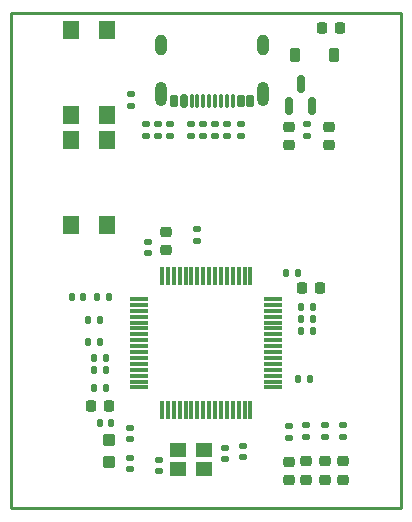
<source format=gbr>
%TF.GenerationSoftware,KiCad,Pcbnew,9.0.0*%
%TF.CreationDate,2025-11-24T16:37:30+00:00*%
%TF.ProjectId,OE PyBoard,4f452050-7942-46f6-9172-642e6b696361,rev?*%
%TF.SameCoordinates,Original*%
%TF.FileFunction,Paste,Top*%
%TF.FilePolarity,Positive*%
%FSLAX46Y46*%
G04 Gerber Fmt 4.6, Leading zero omitted, Abs format (unit mm)*
G04 Created by KiCad (PCBNEW 9.0.0) date 2025-11-24 16:37:30*
%MOMM*%
%LPD*%
G01*
G04 APERTURE LIST*
G04 Aperture macros list*
%AMRoundRect*
0 Rectangle with rounded corners*
0 $1 Rounding radius*
0 $2 $3 $4 $5 $6 $7 $8 $9 X,Y pos of 4 corners*
0 Add a 4 corners polygon primitive as box body*
4,1,4,$2,$3,$4,$5,$6,$7,$8,$9,$2,$3,0*
0 Add four circle primitives for the rounded corners*
1,1,$1+$1,$2,$3*
1,1,$1+$1,$4,$5*
1,1,$1+$1,$6,$7*
1,1,$1+$1,$8,$9*
0 Add four rect primitives between the rounded corners*
20,1,$1+$1,$2,$3,$4,$5,0*
20,1,$1+$1,$4,$5,$6,$7,0*
20,1,$1+$1,$6,$7,$8,$9,0*
20,1,$1+$1,$8,$9,$2,$3,0*%
G04 Aperture macros list end*
%ADD10RoundRect,0.218750X0.256250X-0.218750X0.256250X0.218750X-0.256250X0.218750X-0.256250X-0.218750X0*%
%ADD11RoundRect,0.140000X0.170000X-0.140000X0.170000X0.140000X-0.170000X0.140000X-0.170000X-0.140000X0*%
%ADD12RoundRect,0.135000X0.135000X0.185000X-0.135000X0.185000X-0.135000X-0.185000X0.135000X-0.185000X0*%
%ADD13RoundRect,0.140000X-0.170000X0.140000X-0.170000X-0.140000X0.170000X-0.140000X0.170000X0.140000X0*%
%ADD14RoundRect,0.150000X0.150000X0.400000X-0.150000X0.400000X-0.150000X-0.400000X0.150000X-0.400000X0*%
%ADD15RoundRect,0.075000X0.075000X0.500000X-0.075000X0.500000X-0.075000X-0.500000X0.075000X-0.500000X0*%
%ADD16RoundRect,0.150000X0.150000X0.425000X-0.150000X0.425000X-0.150000X-0.425000X0.150000X-0.425000X0*%
%ADD17O,1.000000X2.100000*%
%ADD18O,1.000000X1.800000*%
%ADD19RoundRect,0.135000X-0.185000X0.135000X-0.185000X-0.135000X0.185000X-0.135000X0.185000X0.135000X0*%
%ADD20RoundRect,0.250000X-0.300000X0.275000X-0.300000X-0.275000X0.300000X-0.275000X0.300000X0.275000X0*%
%ADD21RoundRect,0.225000X0.250000X-0.225000X0.250000X0.225000X-0.250000X0.225000X-0.250000X-0.225000X0*%
%ADD22RoundRect,0.147500X-0.172500X0.147500X-0.172500X-0.147500X0.172500X-0.147500X0.172500X0.147500X0*%
%ADD23RoundRect,0.135000X-0.135000X-0.185000X0.135000X-0.185000X0.135000X0.185000X-0.135000X0.185000X0*%
%ADD24RoundRect,0.225000X0.225000X0.250000X-0.225000X0.250000X-0.225000X-0.250000X0.225000X-0.250000X0*%
%ADD25RoundRect,0.225000X-0.225000X-0.250000X0.225000X-0.250000X0.225000X0.250000X-0.225000X0.250000X0*%
%ADD26RoundRect,0.135000X0.185000X-0.135000X0.185000X0.135000X-0.185000X0.135000X-0.185000X-0.135000X0*%
%ADD27RoundRect,0.140000X-0.140000X-0.170000X0.140000X-0.170000X0.140000X0.170000X-0.140000X0.170000X0*%
%ADD28RoundRect,0.225000X0.225000X0.375000X-0.225000X0.375000X-0.225000X-0.375000X0.225000X-0.375000X0*%
%ADD29R,1.400000X1.200000*%
%ADD30RoundRect,0.225000X-0.250000X0.225000X-0.250000X-0.225000X0.250000X-0.225000X0.250000X0.225000X0*%
%ADD31R,1.400000X1.600000*%
%ADD32RoundRect,0.140000X0.140000X0.170000X-0.140000X0.170000X-0.140000X-0.170000X0.140000X-0.170000X0*%
%ADD33RoundRect,0.075000X0.075000X-0.700000X0.075000X0.700000X-0.075000X0.700000X-0.075000X-0.700000X0*%
%ADD34RoundRect,0.075000X0.700000X-0.075000X0.700000X0.075000X-0.700000X0.075000X-0.700000X-0.075000X0*%
%ADD35RoundRect,0.150000X0.150000X-0.587500X0.150000X0.587500X-0.150000X0.587500X-0.150000X-0.587500X0*%
%TA.AperFunction,Profile*%
%ADD36C,0.230000*%
%TD*%
G04 APERTURE END LIST*
D10*
%TO.C,D6*%
X153543000Y-133756500D03*
X153543000Y-132181500D03*
%TD*%
D11*
%TO.C,C20*%
X135509000Y-130272000D03*
X135509000Y-129312000D03*
%TD*%
D12*
%TO.C,R14*%
X132968991Y-120197838D03*
X131948991Y-120197838D03*
%TD*%
D13*
%TO.C,C11*%
X138938000Y-103632000D03*
X138938000Y-104592000D03*
%TD*%
D14*
%TO.C,J3*%
X145694000Y-101686000D03*
X144894000Y-101686000D03*
D15*
X143744000Y-101686000D03*
X142744000Y-101686000D03*
X142244000Y-101686000D03*
X141244000Y-101686000D03*
D16*
X140094000Y-101686000D03*
D14*
X139294000Y-101686000D03*
X139294000Y-101686000D03*
D16*
X140094000Y-101686000D03*
D15*
X140744000Y-101686000D03*
X141744000Y-101686000D03*
X143244000Y-101686000D03*
X144244000Y-101686000D03*
D14*
X144894000Y-101686000D03*
X145694000Y-101686000D03*
D17*
X146814000Y-101111000D03*
D18*
X146814000Y-96931000D03*
D17*
X138174000Y-101111000D03*
D18*
X138174000Y-96931000D03*
%TD*%
D19*
%TO.C,R4*%
X140716000Y-103592000D03*
X140716000Y-104612000D03*
%TD*%
D20*
%TO.C,X3*%
X133731000Y-130391000D03*
X133731000Y-132241000D03*
%TD*%
D21*
%TO.C,C9*%
X138557000Y-114311000D03*
X138557000Y-112761000D03*
%TD*%
D19*
%TO.C,R6*%
X141224000Y-112518000D03*
X141224000Y-113538000D03*
%TD*%
D12*
%TO.C,R12*%
X151045000Y-120140000D03*
X150025000Y-120140000D03*
%TD*%
D22*
%TO.C,FB2*%
X150495000Y-103655000D03*
X150495000Y-104625000D03*
%TD*%
D23*
%TO.C,R15*%
X150025000Y-121156000D03*
X151045000Y-121156000D03*
%TD*%
D19*
%TO.C,R19*%
X150444200Y-129117000D03*
X150444200Y-130137000D03*
%TD*%
%TO.C,R20*%
X152019000Y-129117000D03*
X152019000Y-130137000D03*
%TD*%
D24*
%TO.C,C15*%
X153340400Y-95504000D03*
X151790400Y-95504000D03*
%TD*%
D10*
%TO.C,D3*%
X148971000Y-133767300D03*
X148971000Y-132192300D03*
%TD*%
D12*
%TO.C,R13*%
X151045000Y-119124000D03*
X150025000Y-119124000D03*
%TD*%
D25*
%TO.C,C8*%
X150101000Y-117473000D03*
X151651000Y-117473000D03*
%TD*%
D19*
%TO.C,R22*%
X153593800Y-129117000D03*
X153593800Y-130137000D03*
%TD*%
D26*
%TO.C,R17*%
X135636000Y-102109000D03*
X135636000Y-101089000D03*
%TD*%
%TO.C,R7*%
X141732000Y-104612000D03*
X141732000Y-103592000D03*
%TD*%
D27*
%TO.C,C4*%
X148785000Y-116203000D03*
X149745000Y-116203000D03*
%TD*%
D28*
%TO.C,D2*%
X152806400Y-97739200D03*
X149506400Y-97739200D03*
%TD*%
D29*
%TO.C,X2*%
X139641400Y-132803800D03*
X141841400Y-132803800D03*
X141841400Y-131203800D03*
X139641400Y-131203800D03*
%TD*%
D30*
%TO.C,C16*%
X152400000Y-103873000D03*
X152400000Y-105423000D03*
%TD*%
D11*
%TO.C,C14*%
X137998200Y-133014600D03*
X137998200Y-132054600D03*
%TD*%
D23*
%TO.C,R11*%
X132499000Y-123442000D03*
X133519000Y-123442000D03*
%TD*%
D10*
%TO.C,D4*%
X150456200Y-133756500D03*
X150456200Y-132181500D03*
%TD*%
D27*
%TO.C,C7*%
X149800000Y-125200000D03*
X150760000Y-125200000D03*
%TD*%
D31*
%TO.C,RST2*%
X133575000Y-104950000D03*
X133575000Y-112150000D03*
X130575000Y-104950000D03*
X130575000Y-112150000D03*
%TD*%
D32*
%TO.C,C22*%
X131544000Y-118237000D03*
X130584000Y-118237000D03*
%TD*%
D24*
%TO.C,C3*%
X133784000Y-127506000D03*
X132234000Y-127506000D03*
%TD*%
D11*
%TO.C,C12*%
X136906000Y-104592000D03*
X136906000Y-103632000D03*
%TD*%
D23*
%TO.C,R21*%
X132713000Y-118237000D03*
X133733000Y-118237000D03*
%TD*%
D13*
%TO.C,C13*%
X143611600Y-131015800D03*
X143611600Y-131975800D03*
%TD*%
D33*
%TO.C,U2*%
X138236000Y-127847000D03*
X138736000Y-127847000D03*
X139236000Y-127847000D03*
X139736000Y-127847000D03*
X140236000Y-127847000D03*
X140736000Y-127847000D03*
X141236000Y-127847000D03*
X141736000Y-127847000D03*
X142236000Y-127847000D03*
X142736000Y-127847000D03*
X143236000Y-127847000D03*
X143736000Y-127847000D03*
X144236000Y-127847000D03*
X144736000Y-127847000D03*
X145236000Y-127847000D03*
X145736000Y-127847000D03*
D34*
X147661000Y-125922000D03*
X147661000Y-125422000D03*
X147661000Y-124922000D03*
X147661000Y-124422000D03*
X147661000Y-123922000D03*
X147661000Y-123422000D03*
X147661000Y-122922000D03*
X147661000Y-122422000D03*
X147661000Y-121922000D03*
X147661000Y-121422000D03*
X147661000Y-120922000D03*
X147661000Y-120422000D03*
X147661000Y-119922000D03*
X147661000Y-119422000D03*
X147661000Y-118922000D03*
X147661000Y-118422000D03*
D33*
X145736000Y-116497000D03*
X145236000Y-116497000D03*
X144736000Y-116497000D03*
X144236000Y-116497000D03*
X143736000Y-116497000D03*
X143236000Y-116497000D03*
X142736000Y-116497000D03*
X142236000Y-116497000D03*
X141736000Y-116497000D03*
X141236000Y-116497000D03*
X140736000Y-116497000D03*
X140236000Y-116497000D03*
X139736000Y-116497000D03*
X139236000Y-116497000D03*
X138736000Y-116497000D03*
X138236000Y-116497000D03*
D34*
X136311000Y-118422000D03*
X136311000Y-118922000D03*
X136311000Y-119422000D03*
X136311000Y-119922000D03*
X136311000Y-120422000D03*
X136311000Y-120922000D03*
X136311000Y-121422000D03*
X136311000Y-121922000D03*
X136311000Y-122422000D03*
X136311000Y-122922000D03*
X136311000Y-123422000D03*
X136311000Y-123922000D03*
X136311000Y-124422000D03*
X136311000Y-124922000D03*
X136311000Y-125422000D03*
X136311000Y-125922000D03*
%TD*%
D12*
%TO.C,R8*%
X133519000Y-124458000D03*
X132499000Y-124458000D03*
%TD*%
D26*
%TO.C,R9*%
X137922000Y-104622000D03*
X137922000Y-103602000D03*
%TD*%
D21*
%TO.C,C17*%
X148971000Y-105423000D03*
X148971000Y-103873000D03*
%TD*%
D19*
%TO.C,R3*%
X143764000Y-103592000D03*
X143764000Y-104612000D03*
%TD*%
D23*
%TO.C,R10*%
X131951000Y-122045000D03*
X132971000Y-122045000D03*
%TD*%
D35*
%TO.C,U3*%
X149026800Y-102108000D03*
X150926800Y-102108000D03*
X149976800Y-100233000D03*
%TD*%
D10*
%TO.C,D5*%
X152019000Y-133756500D03*
X152019000Y-132181500D03*
%TD*%
D31*
%TO.C,USR2*%
X133575000Y-95625000D03*
X133575000Y-102825000D03*
X130575000Y-95625000D03*
X130575000Y-102825000D03*
%TD*%
D26*
%TO.C,R2*%
X144907000Y-104612000D03*
X144907000Y-103592000D03*
%TD*%
D32*
%TO.C,C6*%
X133489000Y-125982000D03*
X132529000Y-125982000D03*
%TD*%
D13*
%TO.C,C18*%
X145135600Y-130863400D03*
X145135600Y-131823400D03*
%TD*%
D19*
%TO.C,R18*%
X148971000Y-129159000D03*
X148971000Y-130179000D03*
%TD*%
D32*
%TO.C,C10*%
X133957000Y-128903000D03*
X132997000Y-128903000D03*
%TD*%
D13*
%TO.C,C19*%
X135509000Y-131852000D03*
X135509000Y-132812000D03*
%TD*%
D26*
%TO.C,R5*%
X142748000Y-104612000D03*
X142748000Y-103592000D03*
%TD*%
D11*
%TO.C,C5*%
X137033000Y-114524000D03*
X137033000Y-113564000D03*
%TD*%
D36*
X125476000Y-94232000D02*
X158496000Y-94232000D01*
X158496000Y-136142000D01*
X125476000Y-136142000D01*
X125476000Y-94232000D01*
M02*

</source>
